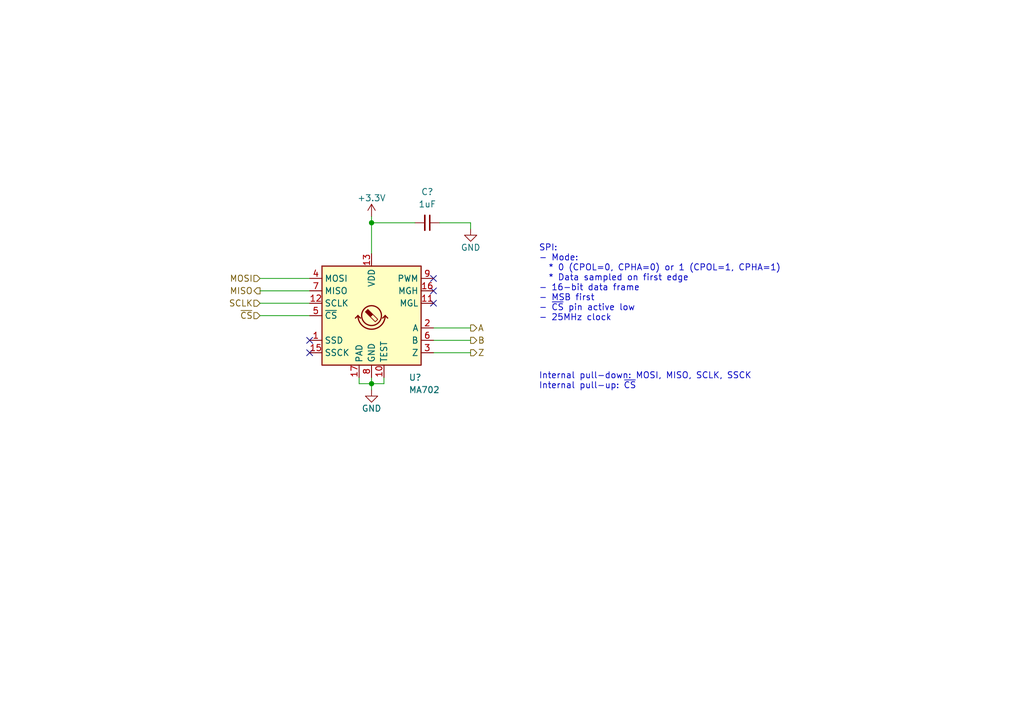
<source format=kicad_sch>
(kicad_sch (version 20230121) (generator eeschema)
  (paper "A5")
  (lib_symbols
    (symbol "Device:C_Small" (pin_numbers hide) (pin_names (offset 0.254) hide)
      (property "Reference" "C" (at 0.254 1.778 0))
      (property "Value" "C_Small" (at 0.254 -2.032 0))
      (symbol "C_Small_0_1"
        (polyline (pts (xy -1.524 -0.508) (xy 1.524 -0.508)) (stroke (width 0.3302)))
        (polyline (pts (xy -1.524 0.508) (xy 1.524 0.508)) (stroke (width 0.3048)))
      )
      (symbol "C_Small_1_1"
        (pin passive line (at 0 2.54 270) (length 2.032) (name "~") (number "1"))
        (pin passive line (at 0 -2.54 90) (length 2.032) (name "~") (number "2"))
      )
    )
    (symbol "Sensor_Magnetic:MA730"
      (property "Reference" "U" (at -10.16 11.43 0))
      (property "Value" "MA730" (at 10.16 11.43 0))
      (symbol "MA730_0_1"
        (rectangle (start -10.16 10.16) (end 10.16 -10.16) (stroke (width 0.254)) (fill (type background)))
        (arc (start -2.794 0) (mid 0 -2.7819) (end 2.794 0) (stroke (width 0.254)))
        (polyline (pts (xy -2.794 0) (xy -3.302 -0.508)) (stroke (width 0.254)))
        (polyline (pts (xy -2.794 0) (xy -2.286 -0.508)) (stroke (width 0.254)))
        (polyline (pts (xy 2.794 0) (xy 2.286 -0.508)) (stroke (width 0.254)))
        (polyline (pts (xy 2.794 0) (xy 3.302 -0.508)) (stroke (width 0.254)))
      )
      (symbol "MA730_1_1"
        (polyline (pts (xy 0.254 0.254) (xy 1.27 -0.762) (xy 0.762 -1.27) (xy -0.254 -0.254)))
        (polyline (pts (xy -0.762 1.27) (xy 0.254 0.254) (xy -0.254 -0.254) (xy -1.27 0.762) (xy -1.016 1.016) (xy -0.762 1.27) (xy -0.635 1.143)) (fill (type outline)))
        (circle (center 0 0) (radius 2.032) (stroke (width 0.254)))
        (pin output line (at -12.7 -5.08 0) (length 2.54) (name "SSD") (number "1"))
        (pin passive line (at 2.54 -12.7 90) (length 2.54) (name "TEST") (number "10"))
        (pin output line (at 12.7 2.54 180) (length 2.54) (name "MGL") (number "11"))
        (pin input line (at -12.7 2.54 0) (length 2.54) (name "SCLK") (number "12"))
        (pin power_in line (at 0 12.7 270) (length 2.54) (name "VDD") (number "13"))
        (pin no_connect line (at 5.08 -10.16 90) (length 2.54) hide (name "NC") (number "14"))
        (pin input line (at -12.7 -7.62 0) (length 2.54) (name "SSCK") (number "15"))
        (pin output line (at 12.7 5.08 180) (length 2.54) (name "MGH") (number "16"))
        (pin input line (at -2.54 -12.7 90) (length 2.54) (name "PAD") (number "17"))
        (pin output line (at 12.7 -2.54 180) (length 2.54) (name "A") (number "2"))
        (pin output line (at 12.7 -7.62 180) (length 2.54) (name "Z") (number "3"))
        (pin input line (at -12.7 7.62 0) (length 2.54) (name "MOSI") (number "4"))
        (pin input line (at -12.7 0 0) (length 2.54) (name "~{CS}") (number "5"))
        (pin output line (at 12.7 -5.08 180) (length 2.54) (name "B") (number "6"))
        (pin output line (at -12.7 5.08 0) (length 2.54) (name "MISO") (number "7"))
        (pin power_in line (at 0 -12.7 90) (length 2.54) (name "GND") (number "8"))
        (pin output line (at 12.7 7.62 180) (length 2.54) (name "PWM") (number "9"))
      )
    )
    (symbol "power:+3.3V" (power) (pin_names (offset 0))
      (property "Value" "+3.3V" (at 0 3.556 0))
      (symbol "+3.3V_0_1"
        (polyline (pts (xy -0.762 1.27) (xy 0 2.54)))
        (polyline (pts (xy 0 0) (xy 0 2.54)))
        (polyline (pts (xy 0 2.54) (xy 0.762 1.27)))
      )
      (symbol "+3.3V_1_1"
        (pin power_in line (at 0 0 90) (length 0) hide (name "+3.3V") (number "1"))
      )
    )
    (symbol "power:GND" (power) (pin_names (offset 0))
      (property "Value" "GND" (at 0 -3.81 0))
      (symbol "GND_0_1"
        (polyline (pts (xy 0 0) (xy 0 -1.27) (xy 1.27 -1.27) (xy 0 -2.54) (xy -1.27 -1.27) (xy 0 -1.27)))
      )
      (symbol "GND_1_1"
        (pin power_in line (at 0 0 270) (length 0) hide (name "GND") (number "1"))
      )
    )
  )
  (junction (at 76.2 78.74))
  (junction (at 76.2 45.72))
  (no_connect (at 88.9 57.15))
  (no_connect (at 63.5 72.39))
  (no_connect (at 63.5 69.85))
  (no_connect (at 88.9 62.23))
  (no_connect (at 88.9 59.69))
  (wire (pts (xy 53.34 64.77) (xy 63.5 64.77)))
  (wire (pts (xy 78.74 78.74) (xy 76.2 78.74)))
  (wire (pts (xy 96.52 45.72) (xy 90.17 45.72)))
  (wire (pts (xy 73.66 78.74) (xy 76.2 78.74)))
  (wire (pts (xy 73.66 77.47) (xy 73.66 78.74)))
  (wire (pts (xy 53.34 59.69) (xy 63.5 59.69)))
  (wire (pts (xy 78.74 77.47) (xy 78.74 78.74)))
  (wire (pts (xy 53.34 57.15) (xy 63.5 57.15)))
  (wire (pts (xy 96.52 46.99) (xy 96.52 45.72)))
  (wire (pts (xy 76.2 45.72) (xy 76.2 52.07)))
  (wire (pts (xy 88.9 69.85) (xy 96.52 69.85)))
  (wire (pts (xy 76.2 44.45) (xy 76.2 45.72)))
  (wire (pts (xy 76.2 77.47) (xy 76.2 78.74)))
  (wire (pts (xy 96.52 67.31) (xy 88.9 67.31)))
  (wire (pts (xy 76.2 45.72) (xy 85.09 45.72)))
  (wire (pts (xy 88.9 72.39) (xy 96.52 72.39)))
  (wire (pts (xy 76.2 78.74) (xy 76.2 80.01)))
  (wire (pts (xy 53.34 62.23) (xy 63.5 62.23)))
  (text "Internal pull-down: MOSI, MISO, SCLK, SSCK\nInternal pull-up: ~{CS}" (at 110.49 80.01 0) (effects (font (size 1.27 1.27)) (justify left bottom)))
  (text "SPI:\n- Mode:\n  * 0 (CPOL=0, CPHA=0) or 1 (CPOL=1, CPHA=1)\n  * Data sampled on first edge\n- 16-bit data frame\n- MSB first\n- ~{CS} pin active low\n- 25MHz clock" (at 110.49 66.04 0) (effects (font (size 1.27 1.27)) (justify left bottom)))
  (hierarchical_label "B" (shape output) (at 96.52 69.85 0))
  (hierarchical_label "~{CS}" (shape input) (at 53.34 64.77 180))
  (hierarchical_label "MOSI" (shape input) (at 53.34 57.15 180))
  (hierarchical_label "A" (shape output) (at 96.52 67.31 0))
  (hierarchical_label "SCLK" (shape input) (at 53.34 62.23 180))
  (hierarchical_label "Z" (shape output) (at 96.52 72.39 0))
  (hierarchical_label "MISO" (shape output) (at 53.34 59.69 180))
  (symbol (lib_id "Sensor_Magnetic:MA730") (at 76.2 64.77 0) (unit 1)
    (property "Reference" "U?" (at 83.82 77.47 0) (effects (justify left)))
    (property "Value" "MA702" (at 83.82 80.01 0) (effects (justify left)))
    (property "Footprint" "Package_DFN_QFN:QFN-16-1EP_3x3mm_P0.5mm_EP1.75x1.75mm" (effects hide))
    (property "Datasheet" "https://www.monolithicpower.com/pub/media/document/m/a/ma730_r1.01.pdf" (effects hide))
    (property "MFR. Part#" "MA702GQ-Z " (effects hide))
    (instances (project "moco-rd321" (path "" (reference "U?") (unit 1)) (path "" (reference "U2") (unit 1))))
  )
  (symbol (lib_id "power:GND") (at 76.2 80.01 0) (unit 1)
    (property "Reference" "#PWR051" (effects hide))
    (property "Value" "GND" (at 76.2 83.82 0))
  )
  (symbol (lib_id "power:GND") (at 96.52 46.99 0) (unit 1)
    (property "Reference" "#PWR050" (effects hide))
    (property "Value" "GND" (at 96.52 50.8 0))
  )
  (symbol (lib_id "power:+3.3V") (at 76.2 44.45 0) (unit 1)
    (property "Reference" "#PWR049" (effects hide))
    (property "Value" "+3.3V" (at 76.2 40.64 0))
  )
  (symbol (lib_id "Device:C_Small") (at 87.63 45.72 270) (mirror x) (unit 1)
    (property "Reference" "C?" (at 87.63 39.37 90))
    (property "Value" "1uF" (at 87.63 41.91 90))
    (property "Footprint" "Capacitor_SMD:C_0402_1005Metric" (effects hide))
    (property "LCSC" "C52923" (effects hide))
    (property "MFR. Part#" "CL05A105KA5NQNC" (effects hide))
    (instances (project "moco-rd321" (path "" (reference "C?") (unit 1)) (path "" (reference "C?") (unit 1)) (path "" (reference "C29") (unit 1))))
  )
)
</source>
